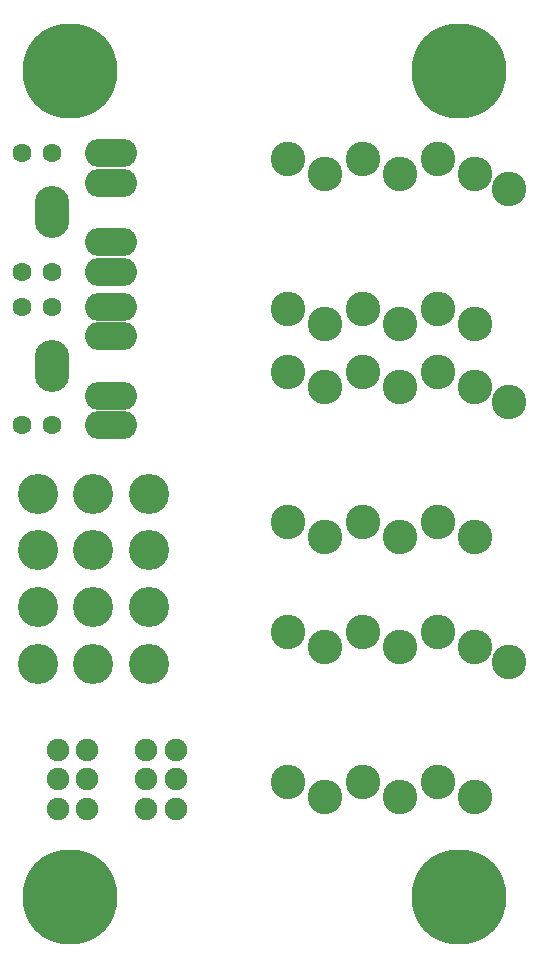
<source format=gbs>
G04 #@! TF.FileFunction,Soldermask,Bot*
%FSLAX46Y46*%
G04 Gerber Fmt 4.6, Leading zero omitted, Abs format (unit mm)*
G04 Created by KiCad (PCBNEW 4.0.6) date Thu Apr 27 01:27:43 2017*
%MOMM*%
%LPD*%
G01*
G04 APERTURE LIST*
%ADD10C,0.100000*%
%ADD11O,8.035000X8.035000*%
%ADD12C,1.900000*%
%ADD13C,2.924000*%
%ADD14C,3.400000*%
%ADD15O,4.400000X2.400000*%
%ADD16O,2.940000X4.400000*%
%ADD17C,1.600000*%
G04 APERTURE END LIST*
D10*
D11*
X134350000Y-122570000D03*
X167350000Y-122570000D03*
X167350000Y-52570000D03*
X134350000Y-52570000D03*
D12*
X133350000Y-110070000D03*
X133350000Y-112570000D03*
X133350000Y-115070000D03*
X135850000Y-110070000D03*
X135850000Y-112570000D03*
X135850000Y-115070000D03*
X140850000Y-110070000D03*
X140850000Y-112570000D03*
X140850000Y-115070000D03*
X143350000Y-110070000D03*
X143350000Y-112570000D03*
X143350000Y-115070000D03*
D13*
X165525000Y-60070000D03*
X165520000Y-72770000D03*
X159170000Y-60070000D03*
X159170000Y-72770000D03*
X152820000Y-60070000D03*
X152820000Y-72770000D03*
X168680000Y-61340000D03*
X168690000Y-74040000D03*
X162350000Y-61340000D03*
X162340000Y-74040000D03*
X155990000Y-61330000D03*
X156000000Y-74040000D03*
X171570000Y-62610000D03*
X165525000Y-78070000D03*
X165520000Y-90770000D03*
X159170000Y-78070000D03*
X159170000Y-90770000D03*
X152820000Y-78070000D03*
X152820000Y-90770000D03*
X168680000Y-79340000D03*
X168690000Y-92040000D03*
X162350000Y-79340000D03*
X162340000Y-92040000D03*
X155990000Y-79330000D03*
X156000000Y-92040000D03*
X171570000Y-80610000D03*
X165525000Y-100070000D03*
X165520000Y-112770000D03*
X159170000Y-100070000D03*
X159170000Y-112770000D03*
X152820000Y-100070000D03*
X152820000Y-112770000D03*
X168680000Y-101340000D03*
X168690000Y-114040000D03*
X162350000Y-101340000D03*
X162340000Y-114040000D03*
X155990000Y-101330000D03*
X156000000Y-114040000D03*
X171570000Y-102610000D03*
D14*
X141050000Y-102770000D03*
X136350000Y-102770000D03*
X131650000Y-102770000D03*
X141050000Y-97970000D03*
X136350000Y-97970000D03*
X131650000Y-97970000D03*
X141050000Y-93170000D03*
X136350000Y-93170000D03*
X131650000Y-93170000D03*
X141050000Y-88370000D03*
X136350000Y-88370000D03*
X131650000Y-88370000D03*
D15*
X137850000Y-69570000D03*
X137850000Y-67070000D03*
X137850000Y-62070000D03*
X137850000Y-59570000D03*
D16*
X132850000Y-64570000D03*
D17*
X132850000Y-59570000D03*
X132850000Y-69570000D03*
X130350000Y-59570000D03*
X130350000Y-69570000D03*
D15*
X137850000Y-82570000D03*
X137850000Y-80070000D03*
X137850000Y-75070000D03*
X137850000Y-72570000D03*
D16*
X132850000Y-77570000D03*
D17*
X132850000Y-72570000D03*
X132850000Y-82570000D03*
X130350000Y-72570000D03*
X130350000Y-82570000D03*
M02*

</source>
